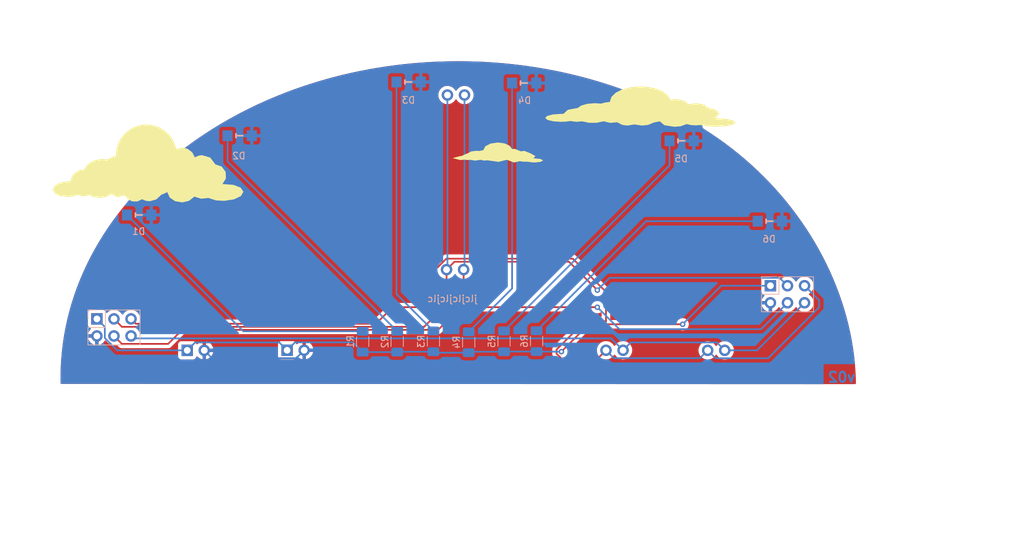
<source format=kicad_pcb>
(kicad_pcb (version 20211014) (generator pcbnew)
  (title_block (title "Aerospace Base Badge - Sky portion") (date "2022-05-08") (rev "v02") (company "Author: Dan Allen"))
  (layers (0 "F.Cu" signal) (31 "B.Cu" signal) (34 "B.Paste" user) (35 "F.Paste" user) (36 "B.SilkS" user "B.Silkscreen") (37 "F.SilkS" user "F.Silkscreen") (38 "B.Mask" user) (39 "F.Mask" user) (44 "Edge.Cuts" user))
  (net 0 "")
  (net 1 "VCC")
  (net 2 "GND")
  (net 3 "Net-(D6-Pad2)")
  (net 4 "Net-(J1-Pad4)")
  (net 5 "Net-(J1-Pad5)")
  (net 6 "Net-(J1-Pad6)")
  (net 7 "Net-(D1-Pad2)")
  (net 8 "Net-(D2-Pad2)")
  (net 9 "Net-(D3-Pad2)")
  (net 10 "Net-(D4-Pad2)")
  (net 11 "Net-(D5-Pad2)")
  (net 12 "Net-(J2-Pad3)")
  (footprint "aerospace_badge:sky_base" (layer "F.Cu") (at 146.05947 105.699408)
    (fp_text reference "svg2mod" hide)
    (fp_text value "G***" hide)
    (fp_poly (pts (xy 16.058772 -18.326306) (xy 15.655385 -18.1048) (xy 14.680812 -18.012196) (xy 13.566602 -18.142586) (xy 13.219892 -18.118886) (xy 12.579812 -18.210686) (xy 11.708592 -18.012136) (xy 10.674392 -18.415156) (xy 10.265452 -18.329256) (xy 9.435722 -18.104036) (xy 8.893422 -18.187036) (xy 7.681422 -18.347036) (xy 7.287302 -18.293736) (xy 6.721302 -18.415236) (xy 5.949353 -18.293728) (xy 5.177412 -18.415236) (xy 4.809952 -18.376736) (xy 4.362492 -18.436036) (xy 3.695742 -18.376736) (xy 2.581532 -18.673066) (xy 3.695742 -18.969406) (xy 3.870572 -18.969406) (xy 4.809952 -19.393156) (xy 4.863252 -19.393156) (xy 5.320712 -19.65431) (xy 6.095992 -19.757656) (xy 6.528652 -19.727956) (xy 7.153912 -19.852416) (xy 7.448378 -20.426641) (xy 8.221586 -20.834924) (xy 9.308252 -20.990336) (xy 10.309749 -20.860058) (xy 11.061665 -20.513127) (xy 11.438882 -20.015396) (xy 11.818192 -20.056796) (xy 12.733862 -19.674536) (xy 13.231702 -19.748536) (xy 14.165152 -19.384046) (xy 14.905992 -18.966216) (xy 14.609652 -18.637286) (xy 14.692652 -18.637286) (xy 15.656847 -18.547287) (xy 16.058752 -18.326136) (xy 16.058772 -18.326306)) (layer "F.SilkS") (width 0) (fill solid))
    (fp_poly (pts (xy 44.745832 -23.961876) (xy 44.349295 -23.642058) (xy 43.308069 -23.414431) (xy 41.844732 -23.327726) (xy 40.66088 -23.380456) (xy 39.494802 -23.591466) (xy 38.768792 -23.541066) (xy 38.08617 -23.583638) (xy 37.417512 -23.727746) (xy 36.527503 -23.410253) (xy 35.586172 -23.327706) (xy 34.095243 -23.56403) (xy 33.411082 -24.142616) (xy 32.545792 -23.967786) (xy 32.525092 -23.967786) (xy 31.683013 -23.610741) (xy 30.773772 -23.511426) (xy 29.632892 -23.677366) (xy 28.625362 -23.511426) (xy 27.807051 -23.611905) (xy 27.081462 -24.003346) (xy 26.041534 -23.910355) (xy 25.069362 -24.142616) (xy 23.993329 -23.922709) (xy 22.900535 -23.922709) (xy 21.824502 -24.142616) (xy 21.048112 -24.065516) (xy 20.105772 -24.184046) (xy 19.407658 -24.092715) (xy 18.704122 -24.065516) (xy 17.520869 -24.146733) (xy 16.680045 -24.359652) (xy 16.360112 -24.658176) (xy 16.680045 -24.956707) (xy 17.520869 -25.169629) (xy 18.704122 -25.250846) (xy 19.068612 -25.250846) (xy 19.738318 -25.861297) (xy 21.048112 -26.107256) (xy 21.163682 -26.107256) (xy 21.712011 -26.486119) (xy 22.612646 -26.745793) (xy 23.753642 -26.842156) (xy 24.663382 -26.779856) (xy 25.315914 -26.949271) (xy 25.985022 -27.031746) (xy 25.985022 -27.049546) (xy 26.216163 -27.773972) (xy 26.859801 -28.403524) (xy 27.841259 -28.900223) (xy 29.085862 -29.226093) (xy 30.518932 -29.343156) (xy 31.831258 -29.245508) (xy 32.992385 -28.971625) (xy 33.9457 -28.550097) (xy 34.634593 -28.009514) (xy 35.002452 -27.378466) (xy 35.799582 -27.464366) (xy 37.037144 -27.244713) (xy 37.725752 -26.693906) (xy 38.777732 -26.842076) (xy 40.010851 -26.639088) (xy 40.739452 -26.107166) (xy 41.845523 -25.841551) (xy 42.298172 -25.262616) (xy 41.678832 -24.601796) (xy 41.853682 -24.601796) (xy 43.310759 -24.507605) (xy 44.349682 -24.279107) (xy 44.745892 -23.961716) (xy 44.745832 -23.961876)) (layer "F.SilkS") (width 0) (fill solid))
    (fp_poly (pts (xy -28.552891 -13.660326) (xy -28.925283 -13.018162) (xy -29.949609 -12.53141) (xy -31.406581 -12.306086) (xy -32.619312 -12.37229) (xy -33.777248 -12.738736) (xy -34.834142 -12.622587) (xy -35.851581 -12.931346) (xy -36.657969 -12.304408) (xy -37.653288 -12.074946) (xy -38.720526 -12.253333) (xy -39.515797 -12.798456) (xy -39.887641 -13.601056) (xy -40.747008 -13.215826) (xy -40.767748 -13.215826) (xy -41.509571 -12.523674) (xy -42.486482 -12.249776) (xy -43.082582 -12.31564) (xy -43.636255 -12.546116) (xy -44.306996 -12.221981) (xy -45.051906 -12.213825) (xy -45.729584 -12.523195) (xy -46.211392 -13.091366) (xy -47.259465 -12.851916) (xy -48.241275 -13.289916) (xy -48.875058 -12.914683) (xy -49.844439 -12.741696) (xy -50.821598 -12.841697) (xy -51.483162 -13.168416) (xy -51.859544 -13.039435) (xy -52.253628 -12.984686) (xy -52.741192 -13.026717) (xy -53.204859 -13.183236) (xy -53.886771 -12.97415) (xy -54.594662 -12.886906) (xy -55.784824 -13.003469) (xy -56.638484 -13.392647) (xy -56.965328 -13.971476) (xy -56.657032 -14.573802) (xy -55.838384 -15.024666) (xy -54.668744 -15.227926) (xy -54.304255 -15.227926) (xy -54.098726 -15.902284) (xy -53.671709 -16.463226) (xy -53.076404 -16.840867) (xy -52.386979 -16.988156) (xy -52.271408 -16.988156) (xy -51.7548 -17.75939) (xy -50.872715 -18.306069) (xy -49.737759 -18.537976) (xy -49.276814 -18.525551) (xy -48.822088 -18.449076) (xy -48.20325 -18.797129) (xy -47.521184 -18.994326) (xy -47.521184 -19.026926) (xy -47.465332 -19.865273) (xy -47.255649 -20.678893) (xy -46.899346 -21.439809) (xy -46.408674 -22.121855) (xy -45.800507 -22.701576) (xy -45.095757 -23.15904) (xy -44.318659 -23.478513) (xy -43.495935 -23.649012) (xy -42.655875 -23.664672) (xy -41.827368 -23.524956) (xy -41.038903 -23.234668) (xy -40.317593 -22.803789) (xy -39.688241 -22.247137) (xy -39.17249 -21.583853) (xy -38.788074 -20.836746) (xy -38.548212 -20.031506) (xy -37.711024 -20.230904) (xy -36.86834 -20.056187) (xy -36.179438 -19.54038) (xy -35.774532 -18.780976) (xy -35.277838 -19.020163) (xy -34.734402 -19.112866) (xy -33.499338 -18.756109) (xy -32.722299 -17.731966) (xy -31.789013 -17.413645) (xy -31.197617 -16.624594) (xy -31.153975 -15.639482) (xy -31.673279 -14.801226) (xy -31.498442 -14.801226) (xy -30.028848 -14.685186) (xy -28.971487 -14.276149) (xy -28.552889 -13.660336) (xy -28.552891 -13.660326)) (layer "F.SilkS") (width 0) (fill solid))
    (fp_poly (pts (xy 3.425602 -33.593966) (xy 2.04369 -33.581456) (xy 0.669481 -33.544106) (xy -0.696689 -33.482187) (xy -2.054482 -33.395968) (xy -3.403561 -33.285719) (xy -4.743589 -33.151712) (xy -6.07423 -32.994215) (xy -7.395146 -32.813499) (xy -8.706 -32.609834) (xy -10.006456 -32.38349) (xy -11.296176 -32.134737) (xy -12.574823 -31.863846) (xy -13.84206 -31.571087) (xy -15.097551 -31.256729) (xy -16.340958 -30.921042) (xy -17.571944 -30.564298) (xy -18.790172 -30.186766) (xy -19.995305 -29.788716) (xy -21.187007 -29.370418) (xy -22.36494 -28.932142) (xy -23.528767 -28.474159) (xy -24.678151 -27.996739) (xy -25.812755 -27.500151) (xy -26.932243 -26.984666) (xy -28.036277 -26.450554) (xy -29.12452 -25.898085) (xy -30.196635 -25.32753) (xy -31.252285 -24.739158) (xy -32.291133 -24.133239) (xy -33.312843 -23.510044) (xy -34.317076 -22.869842) (xy -35.303497 -22.212905) (xy -36.271768 -21.539501) (xy -37.221552 -20.849901) (xy -38.152512 -20.144376) (xy -38.548395 -20.031506) (xy -38.912334 -21.118568) (xy -39.516082 -22.052507) (xy -40.317964 -22.80286) (xy -41.276307 -23.339165) (xy -42.349437 -23.630961) (xy -43.49568 -23.647786) (xy -44.609845 -23.377993) (xy -45.591922 -22.856192) (xy -46.408001 -22.121304) (xy -47.024174 -21.21225) (xy -47.40653 -20.167954) (xy -47.521161 -19.027336) (xy -47.521161 -18.994336) (xy -48.20332 -18.797177) (xy -48.822248 -18.449126) (xy -49.737874 -18.538226) (xy -50.872891 -18.30626) (xy -51.755088 -17.759525) (xy -52.271755 -16.988266) (xy -52.386931 -16.988266) (xy -53.29643 -16.735241) (xy -53.974589 -16.112758) (xy -54.304415 -15.228206) (xy -54.669044 -15.228206) (xy -55.838683 -15.02493) (xy -56.657331 -14.574028) (xy -56.965627 -13.971686) (xy -56.638783 -13.392843) (xy -55.785123 -13.003645) (xy -54.594961 -12.887056) (xy -53.887152 -12.974315) (xy -53.205321 -13.183396) (xy -52.253812 -12.984876) (xy -51.483461 -13.168926) (xy -50.822001 -12.842012) (xy -49.844945 -12.741786) (xy -48.875542 -12.915015) (xy -48.241737 -13.290466) (xy -47.259799 -12.852006) (xy -46.211392 -13.091366) (xy -45.949205 -12.752786) (xy -46.783749 -11.748741) (xy -47.587057 -10.727119) (xy -48.358584 -9.688351) (xy -49.097787 -8.632872) (xy -49.804119 -7.561113) (xy -50.477036 -6.473509) (xy -51.115994 -5.37049) (xy -51.720448 -4.252492) (xy -52.289852 -3.119945) (xy -52.823663 -1.973284) (xy -53.321335 -0.812941) (xy -53.782324 0.360652) (xy -54.206084 1.54706) (xy -54.592072 2.745853) (xy -54.939743 3.956595) (xy -55.248551 5.178856) (xy -55.517952 6.412201) (xy -55.747402 7.656198) (xy -55.936355 8.910414) (xy -56.084266 10.174417) (xy -56.190592 11.447773) (xy -56.254787 12.73005) (xy -56.276306 14.020814) (xy -56.272988 14.731169) (xy -56.249696 15.437084) (xy 63.128072 15.479284) (xy 63.109545 14.279093) (xy 63.054253 13.080468) (xy 62.962632 11.884072) (xy 62.835119 10.690567) (xy 62.672149 9.500617) (xy 62.474158 8.314881) (xy 62.241582 7.134025) (xy 61.974856 5.958708) (xy 61.674417 4.789595) (xy 61.3407 3.627347) (xy 60.974141 2.472626) (xy 60.575177 1.326095) (xy 60.144242 0.188416) (xy 59.681773 -0.939749) (xy 59.188206 -2.057736) (xy 58.663976 -3.164885) (xy 58.109519 -4.260532) (xy 57.525271 -5.344016) (xy 56.911668 -6.414673) (xy 56.269146 -7.471843) (xy 55.598141 -8.514861) (xy 54.899088 -9.543067) (xy 54.172423 -10.555797) (xy 53.418583 -11.55239) (xy 52.638002 -12.532183) (xy 51.831117 -13.494514) (xy 50.998364 -14.43872) (xy 50.140179 -15.364139) (xy 49.256997 -16.270109) (xy 48.349254 -17.155968) (xy 47.417386 -18.021053) (xy 46.461829 -18.864702) (xy 45.483018 -19.686252) (xy 44.48139 -20.485042) (xy 43.457381 -21.260408) (xy 42.411426 -22.011689) (xy 41.343961 -22.738223) (xy 40.255422 -23.439346) (xy 41.047841 -23.347469) (xy 41.845322 -23.327636) (xy 43.307889 -23.4143) (xy 44.348862 -23.641799) (xy 44.746142 -23.961396) (xy 44.746142 -23.961996) (xy 44.349312 -24.27914) (xy 43.310452 -24.507445) (xy 41.854002 -24.601536) (xy 41.679212 -24.601536) (xy 42.298502 -25.262506) (xy 41.84589 -25.841389) (xy 40.739862 -26.106936) (xy 40.011088 -26.638929) (xy 38.777812 -26.841986) (xy 37.726172 -26.693816) (xy 37.037565 -27.244569) (xy 35.800002 -27.464166) (xy 35.002452 -27.378466) (xy 34.634626 -28.00948) (xy 33.945813 -28.549984) (xy 32.992592 -28.971418) (xy 31.831545 -29.245222) (xy 30.519252 -29.342836) (xy 29.545755 -29.289737) (xy 28.645172 -29.137946) (xy 27.489199 -29.556493) (xy 26.320348 -29.956022) (xy 25.138922 -30.336268) (xy 23.945226 -30.696967) (xy 22.739564 -31.037854) (xy 21.52224 -31.358666) (xy 20.293559 -31.659137) (xy 19.053824 -31.939002) (xy 17.80334 -32.197999) (xy 16.542412 -32.435861) (xy 15.271343 -32.652325) (xy 13.990437 -32.847126) (xy 12.7 -33.02) (xy 11.400334 -33.170682) (xy 10.091745 -33.298908) (xy 8.774536 -33.404413) (xy 7.449013 -33.486932) (xy 6.115478 -33.546203) (xy 4.774236 -33.581959) (xy 3.425592 -33.593936) (xy 3.425602 -33.593966)) (layer "Edge.Cuts") (width 0.00001) (fill none))
  )
  (footprint "Base_Library:space2sky_connector" (layer "F.Cu") (at 149.140692 115.642067)
    (fp_text reference "J2" hide)
    (fp_text value "Conn_02x03_Counter_Clockwise")
    (pad "1" thru_hole rect (at -40 0 90) (size 1.7 1.7) (drill 1) (layers *.Cu *.Mask) (net 1 "VCC"))
    (pad "2" thru_hole oval (at -37.46 0 90) (size 1.7 1.7) (drill 1) (layers *.Cu *.Mask) (net 2 "GND"))
    (pad "3" thru_hole oval (at -1.27 -38 90) (size 1.7 1.7) (drill 1) (layers *.Cu *.Mask) (net 12 "Net-(J2-Pad3)"))
    (pad "4" thru_hole circle (at 1.27 -38 90) (size 1.7 1.7) (drill 1) (layers *.Cu *.Mask) (net 4 "Net-(J1-Pad4)"))
    (pad "5" thru_hole oval (at 37.46 0 90) (size 1.7 1.7) (drill 1) (layers *.Cu *.Mask) (net 5 "Net-(J1-Pad5)"))
    (pad "6" thru_hole oval (at 40 0 90) (size 1.7 1.7) (drill 1) (layers *.Cu *.Mask) (net 6 "Net-(J1-Pad6)"))
  )
  (footprint "Base_Library:sky2ground_connector" (layer "F.Cu") (at 149.008147 115.628821)
    (fp_text reference "J4" hide)
    (fp_text value "Conn_02x03_Counter_Clockwise")
    (pad "1" thru_hole rect (at -25 0 90) (size 1.7 1.7) (drill 1) (layers *.Cu *.Mask) (net 1 "VCC"))
    (pad "2" thru_hole oval (at -22.46 0 90) (size 1.7 1.7) (drill 1) (layers *.Cu *.Mask) (net 2 "GND"))
    (pad "3" thru_hole oval (at -1.27 -12 90) (size 1.7 1.7) (drill 1) (layers *.Cu *.Mask) (net 12 "Net-(J2-Pad3)"))
    (pad "4" thru_hole circle (at 1.27 -12 90) (size 1.7 1.7) (drill 1) (layers *.Cu *.Mask) (net 4 "Net-(J1-Pad4)"))
    (pad "5" thru_hole oval (at 22.46 0 90) (size 1.7 1.7) (drill 1) (layers *.Cu *.Mask) (net 5 "Net-(J1-Pad5)"))
    (pad "6" thru_hole oval (at 25 0 90) (size 1.7 1.7) (drill 1) (layers *.Cu *.Mask) (net 6 "Net-(J1-Pad6)"))
  )
  (footprint "Base_Library:APTR3216-VFX" (layer "B.Cu") (at 142.095333 75.705791 180)
    (fp_text reference "D3" (at 0.02633 -2.700421 unlocked) (layer "B.SilkS") (effects (justify mirror)))
    (fp_text value "LED")
    (fp_text user "T" (at 0 0 90 unlocked) (layer "B.SilkS") (effects (font (thickness 0.25)) (justify mirror)))
    (pad "1" smd rect (at -1.8 0 180) (size 1.5 1.6) (layers "B.Cu" "B.Paste" "B.Mask") (net 2 "GND"))
    (pad "2" smd rect (at 1.8 0 180) (size 1.5 1.6) (layers "B.Cu" "B.Paste" "B.Mask") (net 9 "Net-(D3-Pad2)"))
  )
  (footprint "Connector_PinHeader_2.54mm:PinHeader_2x03_P2.54mm_Vertical" (layer "B.Cu") (at 95.701555 110.962504 -90)
    (fp_text reference "J3" hide)
    (fp_text value "Conn_02x03_Counter_Clockwise")
    (fp_line (start -1.33 0) (end -1.33 1.33) (layer "B.SilkS") (width 0.12))
    (fp_line (start 3.87 1.33) (end 3.87 -6.41) (layer "B.SilkS") (width 0.12))
    (fp_line (start -1.33 -1.27) (end 1.27 -1.27) (layer "B.SilkS") (width 0.12))
    (fp_line (start 1.27 -1.27) (end 1.27 1.33) (layer "B.SilkS") (width 0.12))
    (fp_line (start -1.33 1.33) (end 0 1.33) (layer "B.SilkS") (width 0.12))
    (fp_line (start -1.33 -6.41) (end 3.87 -6.41) (layer "B.SilkS") (width 0.12))
    (fp_line (start -1.33 -1.27) (end -1.33 -6.41) (layer "B.SilkS") (width 0.12))
    (fp_line (start 1.27 1.33) (end 3.87 1.33) (layer "B.SilkS") (width 0.12))
    (pad "1" thru_hole rect (at 0 0 270) (size 1.7 1.7) (drill 1) (layers *.Cu *.Mask) (net 1 "VCC"))
    (pad "2" thru_hole oval (at 2.54 0 270) (size 1.7 1.7) (drill 1) (layers *.Cu *.Mask) (net 2 "GND"))
    (pad "3" thru_hole oval (at 0 -2.54 270) (size 1.7 1.7) (drill 1) (layers *.Cu *.Mask) (net 12 "Net-(J2-Pad3)"))
    (pad "4" thru_hole oval (at 2.54 -2.54 270) (size 1.7 1.7) (drill 1) (layers *.Cu *.Mask) (net 4 "Net-(J1-Pad4)"))
    (pad "5" thru_hole oval (at 0 -5.08 270) (size 1.7 1.7) (drill 1) (layers *.Cu *.Mask) (net 5 "Net-(J1-Pad5)"))
    (pad "6" thru_hole oval (at 2.54 -5.08 270) (size 1.7 1.7) (drill 1) (layers *.Cu *.Mask) (net 6 "Net-(J1-Pad6)"))
  )
  (footprint "Connector_PinHeader_2.54mm:PinHeader_2x03_P2.54mm_Vertical" (layer "B.Cu") (at 195.939062 106.023449 -90)
    (fp_text reference "J1" hide)
    (fp_text value "Conn_02x03_Counter_Clockwise")
    (fp_line (start -1.33 -6.41) (end 3.87 -6.41) (layer "B.SilkS") (width 0.12))
    (fp_line (start 3.87 1.33) (end 3.87 -6.41) (layer "B.SilkS") (width 0.12))
    (fp_line (start -1.33 -1.27) (end 1.27 -1.27) (layer "B.SilkS") (width 0.12))
    (fp_line (start 1.27 -1.27) (end 1.27 1.33) (layer "B.SilkS") (width 0.12))
    (fp_line (start -1.33 0) (end -1.33 1.33) (layer "B.SilkS") (width 0.12))
    (fp_line (start 1.27 1.33) (end 3.87 1.33) (layer "B.SilkS") (width 0.12))
    (fp_line (start -1.33 -1.27) (end -1.33 -6.41) (layer "B.SilkS") (width 0.12))
    (fp_line (start -1.33 1.33) (end 0 1.33) (layer "B.SilkS") (width 0.12))
    (pad "1" thru_hole rect (at 0 0 270) (size 1.7 1.7) (drill 1) (layers *.Cu *.Mask) (net 1 "VCC"))
    (pad "2" thru_hole oval (at 2.54 0 270) (size 1.7 1.7) (drill 1) (layers *.Cu *.Mask) (net 2 "GND"))
    (pad "3" thru_hole oval (at 0 -2.54 270) (size 1.7 1.7) (drill 1) (layers *.Cu *.Mask) (net 12 "Net-(J2-Pad3)"))
    (pad "4" thru_hole oval (at 2.54 -2.54 270) (size 1.7 1.7) (drill 1) (layers *.Cu *.Mask) (net 4 "Net-(J1-Pad4)"))
    (pad "5" thru_hole oval (at 0 -5.08 270) (size 1.7 1.7) (drill 1) (layers *.Cu *.Mask) (net 5 "Net-(J1-Pad5)"))
    (pad "6" thru_hole oval (at 2.54 -5.08 270) (size 1.7 1.7) (drill 1) (layers *.Cu *.Mask) (net 6 "Net-(J1-Pad6)"))
  )
  (footprint "Base_Library:APTR3216-VFX" (layer "B.Cu") (at 195.852715 96.423747 180)
    (fp_text reference "D6" (at 0.106142 -2.657205 unlocked) (layer "B.SilkS") (effects (justify mirror)))
    (fp_text value "LED")
    (fp_text user "T" (at 0 0 90 unlocked) (layer "B.SilkS") (effects (font (thickness 0.25)) (justify mirror)))
    (pad "1" smd rect (at -1.8 0 180) (size 1.5 1.6) (layers "B.Cu" "B.Paste" "B.Mask") (net 2 "GND"))
    (pad "2" smd rect (at 1.8 0 180) (size 1.5 1.6) (layers "B.Cu" "B.Paste" "B.Mask") (net 3 "Net-(D6-Pad2)"))
  )
  (footprint "Base_Library:APTR3216-VFX" (layer "B.Cu") (at 182.734712 84.457717 180)
    (fp_text reference "D5" (at 0.075953 -2.665935 unlocked) (layer "B.SilkS") (effects (justify mirror)))
    (fp_text value "LED")
    (fp_text user "T" (at 0 0 90 unlocked) (layer "B.SilkS") (effects (font (thickness 0.25)) (justify mirror)))
    (pad "1" smd rect (at -1.8 0 180) (size 1.5 1.6) (layers "B.Cu" "B.Paste" "B.Mask") (net 2 "GND"))
    (pad "2" smd rect (at 1.8 0 180) (size 1.5 1.6) (layers "B.Cu" "B.Paste" "B.Mask") (net 11 "Net-(D5-Pad2)"))
  )
  (footprint "Resistor_SMD:R_1206_3216Metric_Pad1.30x1.75mm_HandSolder" (layer "B.Cu") (at 161.142246 114.271293 -90)
    (fp_text reference "R6" (at 0 1.82 90) (layer "B.SilkS") (effects (justify mirror)))
    (fp_text value "330")
    (fp_line (start -0.727064 -0.91) (end 0.727064 -0.91) (layer "B.SilkS") (width 0.12))
    (fp_line (start -0.727064 0.91) (end 0.727064 0.91) (layer "B.SilkS") (width 0.12))
    (pad "1" smd roundrect (at -1.55 0 270) (size 1.3 1.75) (layers "B.Cu" "B.Paste" "B.Mask") (roundrect_rratio 0.192308) (net 3 "Net-(D6-Pad2)"))
    (pad "2" smd roundrect (at 1.55 0 270) (size 1.3 1.75) (layers "B.Cu" "B.Paste" "B.Mask") (roundrect_rratio 0.192308) (net 1 "VCC"))
  )
  (footprint "Base_Library:APTR3216-VFX" (layer "B.Cu") (at 159.29477 75.857999 180)
    (fp_text reference "D4" (at -0.051276 -2.59529 unlocked) (layer "B.SilkS") (effects (justify mirror)))
    (fp_text value "LED")
    (fp_text user "T" (at 0 0 90 unlocked) (layer "B.SilkS") (effects (font (thickness 0.25)) (justify mirror)))
    (pad "1" smd rect (at -1.8 0 180) (size 1.5 1.6) (layers "B.Cu" "B.Paste" "B.Mask") (net 2 "GND"))
    (pad "2" smd rect (at 1.8 0 180) (size 1.5 1.6) (layers "B.Cu" "B.Paste" "B.Mask") (net 10 "Net-(D4-Pad2)"))
  )
  (footprint "Resistor_SMD:R_1206_3216Metric_Pad1.30x1.75mm_HandSolder" (layer "B.Cu") (at 156.293726 114.3 -90)
    (fp_text reference "R5" (at 0 1.82 -270) (layer "B.SilkS") (effects (justify mirror)))
    (fp_text value "330")
    (fp_line (start -0.727064 -0.91) (end 0.727064 -0.91) (layer "B.SilkS") (width 0.12))
    (fp_line (start -0.727064 0.91) (end 0.727064 0.91) (layer "B.SilkS") (width 0.12))
    (pad "1" smd roundrect (at -1.55 0 270) (size 1.3 1.75) (layers "B.Cu" "B.Paste" "B.Mask") (roundrect_rratio 0.1923076923) (net 11 "Net-(D5-Pad2)"))
    (pad "2" smd roundrect (at 1.55 0 270) (size 1.3 1.75) (layers "B.Cu" "B.Paste" "B.Mask") (roundrect_rratio 0.1923076923) (net 1 "VCC"))
  )
  (footprint "Base_Library:APTR3216-VFX" (layer "B.Cu") (at 116.954621 83.69668 180)
    (fp_text reference "D2" (at 0.118574 -2.994981 unlocked) (layer "B.SilkS") (effects (justify mirror)))
    (fp_text value "LED")
    (fp_text user "T" (at 0 0 90 unlocked) (layer "B.SilkS") (effects (font (thickness 0.25)) (justify mirror)))
    (pad "1" smd rect (at -1.8 0 180) (size 1.5 1.6) (layers "B.Cu" "B.Paste" "B.Mask") (net 2 "GND"))
    (pad "2" smd rect (at 1.8 0 180) (size 1.5 1.6) (layers "B.Cu" "B.Paste" "B.Mask") (net 8 "Net-(D2-Pad2)"))
  )
  (footprint "Resistor_SMD:R_1206_3216Metric_Pad1.30x1.75mm_HandSolder" (layer "B.Cu") (at 145.784578 114.3 -90)
    (fp_text reference "R3" (at 0 1.82 -270) (layer "B.SilkS") (effects (justify mirror)))
    (fp_text value "330")
    (fp_line (start -0.727064 0.91) (end 0.727064 0.91) (layer "B.SilkS") (width 0.12))
    (fp_line (start -0.727064 -0.91) (end 0.727064 -0.91) (layer "B.SilkS") (width 0.12))
    (pad "1" smd roundrect (at -1.55 0 270) (size 1.3 1.75) (layers "B.Cu" "B.Paste" "B.Mask") (roundrect_rratio 0.1923076923) (net 9 "Net-(D3-Pad2)"))
    (pad "2" smd roundrect (at 1.55 0 270) (size 1.3 1.75) (layers "B.Cu" "B.Paste" "B.Mask") (roundrect_rratio 0.1923076923) (net 1 "VCC"))
  )
  (footprint "Resistor_SMD:R_1206_3216Metric_Pad1.30x1.75mm_HandSolder" (layer "B.Cu") (at 135.256789 114.353166 -90)
    (fp_text reference "R1" (at 0 1.82 -270) (layer "B.SilkS") (effects (justify mirror)))
    (fp_text value "330")
    (fp_line (start -0.727064 0.91) (end 0.727064 0.91) (layer "B.SilkS") (width 0.12))
    (fp_line (start -0.727064 -0.91) (end 0.727064 -0.91) (layer "B.SilkS") (width 0.12))
    (pad "1" smd roundrect (at -1.55 0 270) (size 1.3 1.75) (layers "B.Cu" "B.Paste" "B.Mask") (roundrect_rratio 0.1923076923) (net 7 "Net-(D1-Pad2)"))
    (pad "2" smd roundrect (at 1.55 0 270) (size 1.3 1.75) (layers "B.Cu" "B.Paste" "B.Mask") (roundrect_rratio 0.1923076923) (net 1 "VCC"))
  )
  (footprint "Base_Library:APTR3216-VFX" (layer "B.Cu") (at 101.98868 95.492755 180)
    (fp_text reference "D1" (at 0.075856 -2.450168 unlocked) (layer "B.SilkS") (effects (justify mirror)))
    (fp_text value "LED")
    (fp_text user "T" (at 0 0 90 unlocked) (layer "B.SilkS") (effects (font (thickness 0.25)) (justify mirror)))
    (pad "1" smd rect (at -1.8 0 180) (size 1.5 1.6) (layers "B.Cu" "B.Paste" "B.Mask") (net 2 "GND"))
    (pad "2" smd rect (at 1.8 0 180) (size 1.5 1.6) (layers "B.Cu" "B.Paste" "B.Mask") (net 7 "Net-(D1-Pad2)"))
  )
  (footprint "Resistor_SMD:R_1206_3216Metric_Pad1.30x1.75mm_HandSolder" (layer "B.Cu") (at 151.039152 114.436483 -90)
    (fp_text reference "R4" (at 0 1.82 -270) (layer "B.SilkS") (effects (justify mirror)))
    (fp_text value "330")
    (fp_line (start -0.727064 -0.91) (end 0.727064 -0.91) (layer "B.SilkS") (width 0.12))
    (fp_line (start -0.727064 0.91) (end 0.727064 0.91) (layer "B.SilkS") (width 0.12))
    (pad "1" smd roundrect (at -1.55 0 270) (size 1.3 1.75) (layers "B.Cu" "B.Paste" "B.Mask") (roundrect_rratio 0.1923076923) (net 10 "Net-(D4-Pad2)"))
    (pad "2" smd roundrect (at 1.55 0 270) (size 1.3 1.75) (layers "B.Cu" "B.Paste" "B.Mask") (roundrect_rratio 0.1923076923) (net 1 "VCC"))
  )
  (footprint "Resistor_SMD:R_1206_3216Metric_Pad1.30x1.75mm_HandSolder" (layer "B.Cu") (at 140.393521 114.348693 -90)
    (fp_text reference "R2" (at 0 1.82 -270) (layer "B.SilkS") (effects (justify mirror)))
    (fp_text value "330")
    (fp_line (start -0.727064 -0.91) (end 0.727064 -0.91) (layer "B.SilkS") (width 0.12))
    (fp_line (start -0.727064 0.91) (end 0.727064 0.91) (layer "B.SilkS") (width 0.12))
    (pad "1" smd roundrect (at -1.55 0 270) (size 1.3 1.75) (layers "B.Cu" "B.Paste" "B.Mask") (roundrect_rratio 0.1923076923) (net 8 "Net-(D2-Pad2)"))
    (pad "2" smd roundrect (at 1.55 0 270) (size 1.3 1.75) (layers "B.Cu" "B.Paste" "B.Mask") (roundrect_rratio 0.1923076923) (net 1 "VCC"))
  )
  (gr_text "v02" (at 206.518614 119.643013) (layer "B.Cu") (effects (font (size 1.5 1.5) (thickness 0.3)) (justify mirror)))
  (gr_text "jlcjlcjlcjlc" (at 148.59 107.95) (layer "B.SilkS") (effects (font (size 1 1)) (justify mirror)))
  (segment (start 164.836168 115.832515) (end 168.908683 111.76) (width 0.254) (layer "F.Cu") (net 1))
  (segment (start 168.908683 111.76) (end 182.88 111.76) (width 0.254) (layer "F.Cu") (net 1))
  (via (at 182.88 111.76) (size 0.8) (drill 0.4) (layers "F.Cu" "B.Cu") (net 1))
  (via (at 164.836168 115.832515) (size 0.8) (drill 0.4) (layers "F.Cu" "B.Cu") (net 1))
  (segment (start 161.153468 115.832515) (end 164.836168 115.832515) (width 0.254) (layer "B.Cu") (net 1))
  (segment (start 156.322433 115.821293) (end 161.142246 115.821293) (width 0.254) (layer "B.Cu") (net 1))
  (segment (start 140.393521 115.898693) (end 140.442214 115.85) (width 0.254) (layer "B.Cu") (net 1))
  (segment (start 145.784578 115.85) (end 145.921061 115.986483) (width 0.254) (layer "B.Cu") (net 1))
  (segment (start 96.878066 112.139015) (end 95.701555 110.962504) (width 0.254) (layer "B.Cu") (net 1))
  (segment (start 133.805933 114.45231) (end 135.256789 115.903166) (width 0.254) (layer "B.Cu") (net 1))
  (segment (start 110.317203 114.465556) (end 122.844882 114.465556) (width 0.254) (layer "B.Cu") (net 1))
  (segment (start 135.261262 115.898693) (end 140.393521 115.898693) (width 0.254) (layer "B.Cu") (net 1))
  (segment (start 182.88 111.76) (end 188.616551 106.023449) (width 0.254) (layer "B.Cu") (net 1))
  (segment (start 125.184658 114.45231) (end 133.805933 114.45231) (width 0.254) (layer "B.Cu") (net 1))
  (segment (start 98.717279 115.642067) (end 96.878066 113.802854) (width 0.254) (layer "B.Cu") (net 1))
  (segment (start 140.442214 115.85) (end 145.784578 115.85) (width 0.254) (layer "B.Cu") (net 1))
  (segment (start 96.878066 113.802854) (end 96.878066 112.139015) (width 0.254) (layer "B.Cu") (net 1))
  (segment (start 109.140692 115.642067) (end 110.317203 114.465556) (width 0.254) (layer "B.Cu") (net 1))
  (segment (start 151.175635 115.85) (end 156.293726 115.85) (width 0.254) (layer "B.Cu") (net 1))
  (segment (start 122.844882 114.465556) (end 124.008147 115.628821) (width 0.254) (layer "B.Cu") (net 1))
  (segment (start 145.921061 115.986483) (end 151.039152 115.986483) (width 0.254) (layer "B.Cu") (net 1))
  (segment (start 109.140692 115.642067) (end 98.717279 115.642067) (width 0.254) (layer "B.Cu") (net 1))
  (segment (start 151.039152 115.986483) (end 151.175635 115.85) (width 0.254) (layer "B.Cu") (net 1))
  (segment (start 156.293726 115.85) (end 156.322433 115.821293) (width 0.254) (layer "B.Cu") (net 1))
  (segment (start 188.616551 106.023449) (end 195.939062 106.023449) (width 0.254) (layer "B.Cu") (net 1))
  (segment (start 124.008147 115.628821) (end 125.184658 114.45231) (width 0.254) (layer "B.Cu") (net 1))
  (segment (start 135.256789 115.903166) (end 135.261262 115.898693) (width 0.254) (layer "B.Cu") (net 1))
  (segment (start 112.843957 116.805332) (end 125.371636 116.805332) (width 0.254) (layer "B.Cu") (net 2))
  (segment (start 111.680692 115.642067) (end 112.843957 116.805332) (width 0.254) (layer "B.Cu") (net 2))
  (segment (start 125.371636 116.805332) (end 126.548147 115.628821) (width 0.254) (layer "B.Cu") (net 2))
  (segment (start 194.052715 96.423747) (end 177.439792 96.423747) (width 0.254) (layer "B.Cu") (net 3))
  (segment (start 177.439792 96.423747) (end 161.142246 112.721293) (width 0.254) (layer "B.Cu") (net 3))
  (segment (start 150.696294 109.22) (end 150.278147 108.801853) (width 0.254) (layer "F.Cu") (net 4))
  (segment (start 150.278147 108.801853) (end 150.278147 103.628821) (width 0.254) (layer "F.Cu") (net 4))
  (segment (start 99.418066 114.679015) (end 106.300985 114.679015) (width 0.254) (layer "F.Cu") (net 4))
  (segment (start 146.487465 112.592535) (end 150.278147 108.801853) (width 0.254) (layer "F.Cu") (net 4))
  (segment (start 98.241555 113.502504) (end 99.418066 114.679015) (width 0.254) (layer "F.Cu") (net 4))
  (segment (start 108.387465 112.592535) (end 146.487465 112.592535) (width 0.254) (layer "F.Cu") (net 4))
  (segment (start 170.18 109.22) (end 150.696294 109.22) (width 0.254) (layer "F.Cu") (net 4))
  (segment (start 106.300985 114.679015) (end 108.387465 112.592535) (width 0.254) (layer "F.Cu") (net 4))
  (via (at 170.18 109.22) (size 0.8) (drill 0.4) (layers "F.Cu" "B.Cu") (net 4))
  (segment (start 150.410692 77.642067) (end 150.410692 103.496276) (width 0.254) (layer "B.Cu") (net 4))
  (segment (start 150.410692 103.496276) (end 150.278147 103.628821) (width 0.254) (layer "B.Cu") (net 4))
  (segment (start 198.479062 108.563449) (end 194.556 112.486511) (width 0.254) (layer "B.Cu") (net 4))
  (segment (start 194.556 112.486511) (end 173.446511 112.486511) (width 0.254) (layer "B.Cu") (net 4))
  (segment (start 173.446511 112.486511) (end 170.18 109.22) (width 0.254) (layer "B.Cu") (net 4))
  (segment (start 171.468147 106.940704) (end 171.468147 111.30648) (width 0.254) (layer "F.Cu") (net 5))
  (segment (start 137.234505 111.685495) (end 139.7 109.22) (width 0.254) (layer "F.Cu") (net 5))
  (segment (start 101.504546 111.685495) (end 137.234505 111.685495) (width 0.254) (layer "F.Cu") (net 5))
  (segment (start 171.468147 111.30648) (end 168.33476 111.30648) (width 0.254) (layer "F.Cu") (net 5))
  (segment (start 164.109657 116.133447) (end 164.81621 116.84) (width 0.254) (layer "F.Cu") (net 5))
  (segment (start 144.78 109.22) (end 144.78 104.923129) (width 0.254) (layer "F.Cu") (net 5))
  (segment (start 168.33476 111.30648) (end 164.109657 115.531583) (width 0.254) (layer "F.Cu") (net 5))
  (segment (start 170.256968 116.84) (end 171.468147 115.628821) (width 0.254) (layer "F.Cu") (net 5))
  (segment (start 100.781555 110.962504) (end 101.504546 111.685495) (width 0.254) (layer "F.Cu") (net 5))
  (segment (start 166.526233 101.99879) (end 171.468147 106.940704) (width 0.254) (layer "F.Cu") (net 5))
  (segment (start 147.704339 101.99879) (end 166.526233 101.99879) (width 0.254) (layer "F.Cu") (net 5))
  (segment (start 139.7 109.22) (end 144.78 109.22) (width 0.254) (layer "F.Cu") (net 5))
  (segment (start 164.81621 116.84) (end 170.256968 116.84) (width 0.254) (layer "F.Cu") (net 5))
  (segment (start 164.109657 115.531583) (end 164.109657 116.133447) (width 0.254) (layer "F.Cu") (net 5))
  (segment (start 144.78 104.923129) (end 147.704339 101.99879) (width 0.254) (layer "F.Cu") (net 5))
  (segment (start 203.2 109.22) (end 203.2 108.204387) (width 0.254) (layer "B.Cu") (net 5))
  (segment (start 171.468147 115.628821) (end 172.644658 116.805332) (width 0.254) (layer "B.Cu") (net 5))
  (segment (start 185.437427 116.805332) (end 186.600692 115.642067) (width 0.254) (layer "B.Cu") (net 5))
  (segment (start 172.644658 116.805332) (end 185.437427 116.805332) (width 0.254) (layer "B.Cu") (net 5))
  (segment (start 195.601422 116.818578) (end 203.2 109.22) (width 0.254) (layer "B.Cu") (net 5))
  (segment (start 203.2 108.204387) (end 201.019062 106.023449) (width 0.254) (layer "B.Cu") (net 5))
  (segment (start 186.600692 115.642067) (end 187.777203 116.818578) (width 0.254) (layer "B.Cu") (net 5))
  (segment (start 187.777203 116.818578) (end 195.601422 116.818578) (width 0.254) (layer "B.Cu") (net 5))
  (segment (start 189.140692 115.642067) (end 193.940444 115.642067) (width 0.254) (layer "B.Cu") (net 6))
  (segment (start 187.964181 114.465556) (end 189.140692 115.642067) (width 0.254) (layer "B.Cu") (net 6))
  (segment (start 175.171412 114.465556) (end 187.964181 114.465556) (width 0.254) (layer "B.Cu") (net 6))
  (segment (start 174.008147 115.628821) (end 175.171412 114.465556) (width 0.254) (layer "B.Cu") (net 6))
  (segment (start 100.781555 113.502504) (end 101.142054 113.863003) (width 0.254) (layer "B.Cu") (net 6))
  (segment (start 193.940444 115.642067) (end 201.019062 108.563449) (width 0.254) (layer "B.Cu") (net 6))
  (segment (start 172.242329 113.863003) (end 174.008147 115.628821) (width 0.254) (layer "B.Cu") (net 6))
  (segment (start 101.142054 113.863003) (end 172.242329 113.863003) (width 0.254) (layer "B.Cu") (net 6))
  (segment (start 100.18868 95.492755) (end 117.499091 112.803166) (width 0.254) (layer "B.Cu") (net 7))
  (segment (start 117.499091 112.803166) (end 135.256789 112.803166) (width 0.254) (layer "B.Cu") (net 7))
  (segment (start 115.154621 83.69668) (end 115.154621 87.559793) (width 0.254) (layer "B.Cu") (net 8))
  (segment (start 115.154621 87.559793) (end 140.393521 112.798693) (width 0.254) (layer "B.Cu") (net 8))
  (segment (start 140.295333 107.260755) (end 145.784578 112.75) (width 0.254) (layer "B.Cu") (net 9))
  (segment (start 140.295333 75.705791) (end 140.295333 107.260755) (width 0.254) (layer "B.Cu") (net 9))
  (segment (start 157.49477 106.430865) (end 151.039152 112.886483) (width 0.254) (layer "B.Cu") (net 10))
  (segment (start 157.49477 75.857999) (end 157.49477 106.430865) (width 0.254) (layer "B.Cu") (net 10))
  (segment (start 180.934712 88.109014) (end 156.293726 112.75) (width 0.254) (layer "B.Cu") (net 11))
  (segment (start 180.934712 84.457717) (end 180.934712 88.109014) (width 0.254) (layer "B.Cu") (net 11))
  (segment (start 147.738147 108.801853) (end 147.738147 103.628821) (width 0.254) (layer "F.Cu") (net 12))
  (segment (start 165.95231 102.45231) (end 148.914658 102.45231) (width 0.254) (layer "F.Cu") (net 12))
  (segment (start 99.418066 112.139015) (end 144.400985 112.139015) (width 0.254) (layer "F.Cu") (net 12))
  (segment (start 148.914658 102.45231) (end 147.738147 103.628821) (width 0.254) (layer "F.Cu") (net 12))
  (segment (start 144.400985 112.139015) (end 147.738147 108.801853) (width 0.254) (layer "F.Cu") (net 12))
  (segment (start 98.241555 110.962504) (end 99.418066 112.139015) (width 0.254) (layer "F.Cu") (net 12))
  (segment (start 170.18 106.68) (end 165.95231 102.45231) (width 0.254) (layer "F.Cu") (net 12))
  (via (at 170.18 106.68) (size 0.8) (drill 0.4) (layers "F.Cu" "B.Cu") (net 12))
  (segment (start 147.870692 77.642067) (end 147.870692 103.496276) (width 0.254) (layer "B.Cu") (net 12))
  (segment (start 198.479062 106.023449) (end 197.302551 104.846938) (width 0.254) (layer "B.Cu") (net 12))
  (segment (start 147.870692 103.496276) (end 147.738147 103.628821) (width 0.254) (layer "B.Cu") (net 12))
  (segment (start 197.302551 104.846938) (end 172.013062 104.846938) (width 0.254) (layer "B.Cu") (net 12))
  (segment (start 172.013062 104.846938) (end 170.18 106.68) (width 0.254) (layer "B.Cu") (net 12))
  (zone (net 2) (net_name "GND") (layer "F.Cu") (connect_pads (clearance 0.508)) (min_thickness 0.254) (fill yes (thermal_gap 0.508) (thermal_bridge_width 0.508))
    (polygon (pts (xy 218.44 137.16) (xy 83.82 132.08) (xy 88.9 63.5) (xy 215.9 63.5)))
  )
  (zone (net 2) (net_name "GND") (layer "B.Cu") (connect_pads (clearance 0.508)) (min_thickness 0.254) (fill yes (thermal_gap 0.508) (thermal_bridge_width 0.508))
    (polygon (pts (xy 228.6 144.78) (xy 81.28 144.78) (xy 81.28 68.58) (xy 233.68 66.04)))
  )
)
</source>
